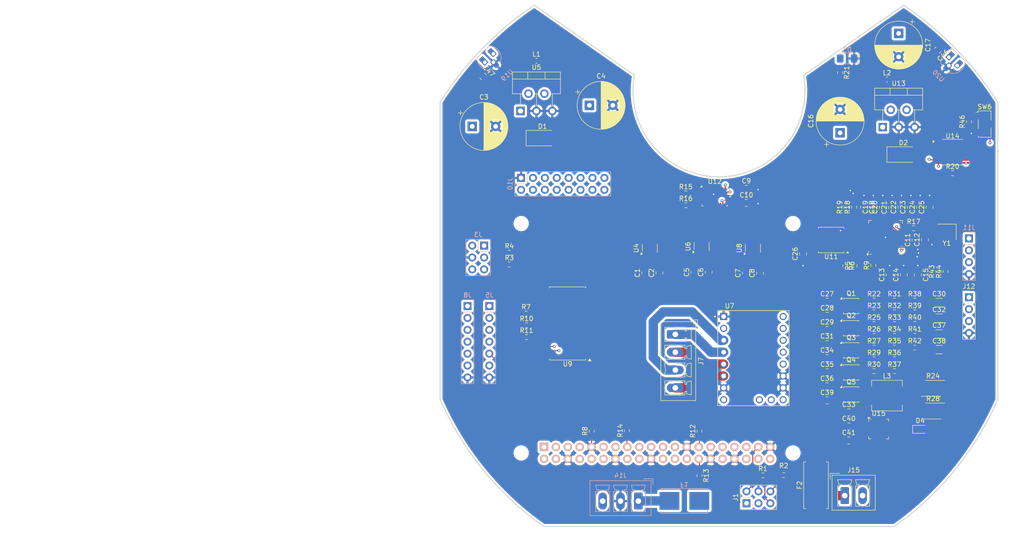
<source format=kicad_pcb>
(kicad_pcb
	(version 20240108)
	(generator "pcbnew")
	(generator_version "8.0")
	(general
		(thickness 1.6)
		(legacy_teardrops no)
	)
	(paper "A4")
	(layers
		(0 "F.Cu" signal)
		(1 "In1.Cu" signal)
		(2 "In2.Cu" signal)
		(31 "B.Cu" signal)
		(32 "B.Adhes" user "B.Adhesive")
		(33 "F.Adhes" user "F.Adhesive")
		(34 "B.Paste" user)
		(35 "F.Paste" user)
		(36 "B.SilkS" user "B.Silkscreen")
		(37 "F.SilkS" user "F.Silkscreen")
		(38 "B.Mask" user)
		(39 "F.Mask" user)
		(40 "Dwgs.User" user "User.Drawings")
		(41 "Cmts.User" user "User.Comments")
		(42 "Eco1.User" user "User.Eco1")
		(43 "Eco2.User" user "User.Eco2")
		(44 "Edge.Cuts" user)
		(45 "Margin" user)
		(46 "B.CrtYd" user "B.Courtyard")
		(47 "F.CrtYd" user "F.Courtyard")
		(48 "B.Fab" user)
		(49 "F.Fab" user)
		(50 "User.1" user)
		(51 "User.2" user)
		(52 "User.3" user)
		(53 "User.4" user)
		(54 "User.5" user)
		(55 "User.6" user)
		(56 "User.7" user)
		(57 "User.8" user)
		(58 "User.9" user)
	)
	(setup
		(stackup
			(layer "F.SilkS"
				(type "Top Silk Screen")
			)
			(layer "F.Paste"
				(type "Top Solder Paste")
			)
			(layer "F.Mask"
				(type "Top Solder Mask")
				(thickness 0.01)
			)
			(layer "F.Cu"
				(type "copper")
				(thickness 0.035)
			)
			(layer "dielectric 1"
				(type "prepreg")
				(thickness 0.1)
				(material "FR4")
				(epsilon_r 4.5)
				(loss_tangent 0.02)
			)
			(layer "In1.Cu"
				(type "copper")
				(thickness 0.035)
			)
			(layer "dielectric 2"
				(type "core")
				(thickness 1.24)
				(material "FR4")
				(epsilon_r 4.5)
				(loss_tangent 0.02)
			)
			(layer "In2.Cu"
				(type "copper")
				(thickness 0.035)
			)
			(layer "dielectric 3"
				(type "prepreg")
				(thickness 0.1)
				(material "FR4")
				(epsilon_r 4.5)
				(loss_tangent 0.02)
			)
			(layer "B.Cu"
				(type "copper")
				(thickness 0.035)
			)
			(layer "B.Mask"
				(type "Bottom Solder Mask")
				(thickness 0.01)
			)
			(layer "B.Paste"
				(type "Bottom Solder Paste")
			)
			(layer "B.SilkS"
				(type "Bottom Silk Screen")
			)
			(copper_finish "None")
			(dielectric_constraints no)
		)
		(pad_to_mask_clearance 0)
		(allow_soldermask_bridges_in_footprints no)
		(pcbplotparams
			(layerselection 0x00010fc_ffffffff)
			(plot_on_all_layers_selection 0x0000000_00000000)
			(disableapertmacros no)
			(usegerberextensions no)
			(usegerberattributes yes)
			(usegerberadvancedattributes yes)
			(creategerberjobfile yes)
			(dashed_line_dash_ratio 12.000000)
			(dashed_line_gap_ratio 3.000000)
			(svgprecision 4)
			(plotframeref no)
			(viasonmask no)
			(mode 1)
			(useauxorigin no)
			(hpglpennumber 1)
			(hpglpenspeed 20)
			(hpglpendiameter 15.000000)
			(pdf_front_fp_property_popups yes)
			(pdf_back_fp_property_popups yes)
			(dxfpolygonmode yes)
			(dxfimperialunits yes)
			(dxfusepcbnewfont yes)
			(psnegative no)
			(psa4output no)
			(plotreference yes)
			(plotvalue yes)
			(plotfptext yes)
			(plotinvisibletext no)
			(sketchpadsonfab no)
			(subtractmaskfromsilk no)
			(outputformat 1)
			(mirror no)
			(drillshape 1)
			(scaleselection 1)
			(outputdirectory "")
		)
	)
	(net 0 "")
	(net 1 "+5V")
	(net 2 "-BATT")
	(net 3 "Net-(M1-+)")
	(net 4 "VBUS")
	(net 5 "Net-(J5-Pin_2)")
	(net 6 "Net-(J8-Pin_2)")
	(net 7 "Net-(U12-CAP)")
	(net 8 "+3.3V")
	(net 9 "Net-(C11-Pad2)")
	(net 10 "Net-(U10-XIN)")
	(net 11 "Net-(U10-VREG_VOUT)")
	(net 12 "Net-(D1-K)")
	(net 13 "Net-(D2-K)")
	(net 14 "Bumper-F-R")
	(net 15 "US-Dist-Echo-Front")
	(net 16 "US-Dist-Trig-Front")
	(net 17 "Bumper-F-L")
	(net 18 "Bumper-B-R")
	(net 19 "US-Dist-Echo-Back")
	(net 20 "US-Dist-Trig-Back")
	(net 21 "Bumper-B-L")
	(net 22 "BottleDoor-UserButton-1")
	(net 23 "BottleDoor-Contact-1")
	(net 24 "BottleDoor-User-LED-1")
	(net 25 "BottleDoor-ServoPWM-1")
	(net 26 "Net-(J7-Pin_3)")
	(net 27 "Net-(J7-Pin_4)")
	(net 28 "Net-(J7-Pin_2)")
	(net 29 "Net-(J7-Pin_1)")
	(net 30 "BottleDoor-UserButton-2")
	(net 31 "BottleDoor-Contact-2")
	(net 32 "BottleDoor-User-LED-2")
	(net 33 "BottleDoor-ServoPWM-2")
	(net 34 "Net-(Q1-G)")
	(net 35 "Net-(Q2-D)")
	(net 36 "unconnected-(J10-Pin_9-Pad9)")
	(net 37 "Net-(U15-ACN)")
	(net 38 "unconnected-(J10-Pin_3-Pad3)")
	(net 39 "unconnected-(J10-Pin_8-Pad8)")
	(net 40 "unconnected-(J10-Pin_10-Pad10)")
	(net 41 "ChargeArm-PowerSwitch")
	(net 42 "unconnected-(U4-~{FLG}-Pad3)")
	(net 43 "unconnected-(U4-GND-Pad2)")
	(net 44 "unconnected-(U6-GND-Pad2)")
	(net 45 "BottleDoor-PowerSwitch-1")
	(net 46 "unconnected-(U6-~{FLG}-Pad3)")
	(net 47 "unconnected-(U8-GND-Pad2)")
	(net 48 "BottleDoor-PowerSwitch-2")
	(net 49 "unconnected-(U8-~{FLG}-Pad3)")
	(net 50 "unconnected-(U9-IO0_3-Pad7)")
	(net 51 "I2C-SCL")
	(net 52 "unconnected-(U9-IO1_0-Pad13)")
	(net 53 "Net-(U15-ACP)")
	(net 54 "unconnected-(U9-IO0_6-Pad10)")
	(net 55 "Net-(U1-GPIO22{slash}SDIO_CLK)")
	(net 56 "unconnected-(U9-IO0_7-Pad11)")
	(net 57 "Net-(U15-VCC)")
	(net 58 "I2C-SDA")
	(net 59 "Net-(Q3-D)")
	(net 60 "unconnected-(U10-GPIO22-Pad34)")
	(net 61 "Net-(U10-XOUT)")
	(net 62 "unconnected-(U10-GPIO18-Pad29)")
	(net 63 "unconnected-(U10-GPIO28_ADC2-Pad40)")
	(net 64 "Motor-SpreadChop")
	(net 65 "Net-(Q3-G)")
	(net 66 "TrackMagnetDetect1")
	(net 67 "Net-(U10-QSPI_SS)")
	(net 68 "TrackMagnetDetect2")
	(net 69 "Motor-EN")
	(net 70 "Net-(U10-USB_DM)")
	(net 71 "Net-(D4-A)")
	(net 72 "Motor-DIAG")
	(net 73 "unconnected-(U10-GPIO13-Pad16)")
	(net 74 "unconnected-(U10-GPIO17-Pad28)")
	(net 75 "unconnected-(U10-GPIO20-Pad31)")
	(net 76 "Net-(U10-QSPI_SD0)")
	(net 77 "unconnected-(U10-GPIO23-Pad35)")
	(net 78 "MotionC-RST")
	(net 79 "Net-(U10-QSPI_SD2)")
	(net 80 "Motor-1Wire-UART")
	(net 81 "unconnected-(U10-GPIO24-Pad36)")
	(net 82 "Net-(U10-QSPI_SD3)")
	(net 83 "Net-(U10-GPIO0)")
	(net 84 "Net-(U10-QSPI_SD1)")
	(net 85 "unconnected-(U10-GPIO19-Pad30)")
	(net 86 "Net-(U10-QSPI_SCLK)")
	(net 87 "Motor-Dir")
	(net 88 "Motor-IDX")
	(net 89 "Net-(U10-USB_DP)")
	(net 90 "unconnected-(U10-GPIO21-Pad32)")
	(net 91 "unconnected-(U10-SWCLK-Pad24)")
	(net 92 "Net-(D4-K)")
	(net 93 "unconnected-(U10-GPIO16-Pad27)")
	(net 94 "unconnected-(U10-SWD-Pad25)")
	(net 95 "Motor-Step")
	(net 96 "unconnected-(U10-GPIO29_ADC3-Pad41)")
	(net 97 "DrivePermission")
	(net 98 "Net-(Q5-D)")
	(net 99 "unconnected-(U12-PIN15-Pad15)")
	(net 100 "unconnected-(U12-PIN22-Pad22)")
	(net 101 "unconnected-(U12-PIN24-Pad24)")
	(net 102 "unconnected-(U12-BL_IND-Pad10)")
	(net 103 "unconnected-(U12-XIN32-Pad27)")
	(net 104 "Net-(U12-~{BOOT_LOAD_PIN})")
	(net 105 "unconnected-(U12-PIN23-Pad23)")
	(net 106 "Net-(U12-~{RESET})")
	(net 107 "unconnected-(U12-PIN12-Pad12)")
	(net 108 "unconnected-(U12-PIN7-Pad7)")
	(net 109 "unconnected-(U12-PIN1-Pad1)")
	(net 110 "unconnected-(U12-PIN13-Pad13)")
	(net 111 "IMU-INT")
	(net 112 "unconnected-(U12-PIN21-Pad21)")
	(net 113 "unconnected-(U12-PIN8-Pad8)")
	(net 114 "unconnected-(U12-XOUT32-Pad26)")
	(net 115 "unconnected-(U12-PIN16-Pad16)")
	(net 116 "Net-(U15-SRN)")
	(net 117 "PowerMonAlert")
	(net 118 "Net-(U15-SRP)")
	(net 119 "unconnected-(U14-NC-Pad13)")
	(net 120 "Net-(C37-Pad1)")
	(net 121 "Net-(C39-Pad2)")
	(net 122 "Net-(U15-TTC)")
	(net 123 "VCC")
	(net 124 "Net-(D3-A)")
	(net 125 "/DATA")
	(net 126 "unconnected-(J10-Pin_12-Pad12)")
	(net 127 "/RST")
	(net 128 "unconnected-(J10-Pin_11-Pad11)")
	(net 129 "/DC")
	(net 130 "unconnected-(J10-Pin_7-Pad7)")
	(net 131 "/CLK")
	(net 132 "unconnected-(J10-Pin_6-Pad6)")
	(net 133 "/CS")
	(net 134 "unconnected-(J10-Pin_13-Pad13)")
	(net 135 "USB_D-")
	(net 136 "USB_D+")
	(net 137 "unconnected-(J11-Pin_1-Pad1)")
	(net 138 "Net-(L3-Pad2)")
	(net 139 "+VDC")
	(net 140 "Net-(Q2-S-Pad1)")
	(net 141 "Net-(Q4-G)")
	(net 142 "Net-(Q5-G)")
	(net 143 "MotionC-BootOpt")
	(net 144 "Net-(U10-GPIO25)")
	(net 145 "Net-(U15-~{ACDRV})")
	(net 146 "Net-(U15-~{BATDRV})")
	(net 147 "ChargerStat1")
	(net 148 "ChargerStat2")
	(net 149 "ChargerStatPG")
	(net 150 "Net-(U15-ISET2)")
	(net 151 "Net-(U15-ISET1)")
	(net 152 "Net-(U15-ACSET)")
	(net 153 "+BATT")
	(net 154 "Net-(U15-TS)")
	(net 155 "I2C-SDA-MC")
	(net 156 "I2C-SCL-MC")
	(net 157 "Net-(SW6-A)")
	(net 158 "Net-(U14-VBUS)")
	(net 159 "unconnected-(U1-SDA_I2C1{slash}GPIO02-Pad3)")
	(net 160 "unconnected-(U1-3V3-Pad1)")
	(net 161 "unconnected-(U1-~{CE1}_SPI0{slash}GPIO07-Pad26)")
	(net 162 "Net-(SW6-B)")
	(net 163 "unconnected-(U1-SCL_I2C1{slash}GPIO03-Pad5)")
	(net 164 "unconnected-(U1-GPIO15{slash}UART_RXD-Pad10)")
	(net 165 "ChargeArm-ServoPWM")
	(net 166 "unconnected-(U1-GPCLK2{slash}GPIO06-Pad31)")
	(net 167 "unconnected-(U1-MISO_SPI0{slash}GPIO09-Pad21)")
	(net 168 "unconnected-(U1-3V3-Pad1)_1")
	(net 169 "unconnected-(U7-PDN-Pad11)")
	(net 170 "unconnected-(U1-GPIO16{slash}SPI1_~{CE2}-Pad36)")
	(net 171 "Net-(F1-Pad1)")
	(net 172 "Net-(Q1-D)")
	(net 173 "Earth")
	(net 174 "Net-(J14-Pin_3)")
	(footprint "Package_TO_SOT_SMD:SOT-23-5_HandSoldering" (layer "F.Cu") (at 119.4 89 90))
	(footprint "Capacitor_SMD:C_0805_2012Metric" (layer "F.Cu") (at 109.95 94.15 90))
	(footprint "Resistor_SMD:R_0603_1608Metric_Pad0.98x0.95mm_HandSolder" (layer "F.Cu") (at 67.4125 89.99))
	(footprint "Capacitor_SMD:C_0805_2012Metric" (layer "F.Cu") (at 154.6 94.7125 -90))
	(footprint "Inductor_SMD:L_0603_1608Metric" (layer "F.Cu") (at 148 53))
	(footprint "Diode_SMD:D_SMA" (layer "F.Cu") (at 151.5 69))
	(footprint "Package_SO:SOIC-8_5.23x5.23mm_P1.27mm" (layer "F.Cu") (at 136.1 87.2625 180))
	(footprint "Capacitor_THT:CP_Radial_D10.0mm_P5.00mm" (layer "F.Cu") (at 59.5 63))
	(footprint "Connector_Phoenix_MC:PhoenixContact_MCV_1,5_4-G-3.81_1x04_P3.81mm_Vertical" (layer "F.Cu") (at 102.84 107.42 -90))
	(footprint "Resistor_SMD:R_0603_1608Metric_Pad0.98x0.95mm_HandSolder" (layer "F.Cu") (at 71.0875 108))
	(footprint "Capacitor_SMD:C_1206_3216Metric_Pad1.33x1.80mm_HandSolder" (layer "F.Cu") (at 159.13 100.63))
	(footprint "Package_TO_SOT_SMD:SOT-23-5_HandSoldering" (layer "F.Cu") (at 108.45 88.65 90))
	(footprint "Capacitor_SMD:C_0805_2012Metric" (layer "F.Cu") (at 118 76.3275))
	(footprint "Resistor_SMD:R_0603_1608Metric_Pad0.98x0.95mm_HandSolder" (layer "F.Cu") (at 153.95 105.23))
	(footprint "Resistor_SMD:R_0603_1608Metric_Pad0.98x0.95mm_HandSolder" (layer "F.Cu") (at 105.0875 77.3275))
	(footprint "Capacitor_SMD:C_0805_2012Metric" (layer "F.Cu") (at 135.23 106.48))
	(footprint "Package_SO:Vishay_PowerPAK_1212-8_Single" (layer "F.Cu") (at 140.37 115.55))
	(footprint "Capacitor_SMD:C_0805_2012Metric" (layer "F.Cu") (at 118 79.3375))
	(footprint "Package_DFN_QFN:VQFN-24-1EP_4x4mm_P0.5mm_EP2.45x2.45mm" (layer "F.Cu") (at 146.23 127.63))
	(footprint "Capacitor_SMD:C_0805_2012Metric" (layer "F.Cu") (at 117.9 94.35 90))
	(footprint "Inductor_SMD:L_0603_1608Metric" (layer "F.Cu") (at 73.2125 49))
	(footprint "Capacitor_SMD:C_0805_2012Metric" (layer "F.Cu") (at 61.828249 52.328249 -45))
	(footprint "Package_TO_SOT_THT:TO-220-5_P3.4x3.7mm_StaggerOdd_Lead3.8mm_Vertical" (layer "F.Cu") (at 147.1 63.15))
	(footprint "Capacitor_SMD:C_0805_2012Metric" (layer "F.Cu") (at 147.1 80.262501 90))
	(footprint "Capacitor_SMD:C_0805_2012Metric" (layer "F.Cu") (at 145.1 80.262501 90))
	(footprint "Package_TO_SOT_THT:TO-220-5_P3.4x3.7mm_StaggerOdd_Lead3.8mm_Vertical" (layer "F.Cu") (at 69.8 59.7))
	(footprint "Resistor_SMD:R_0603_1608Metric_Pad0.98x0.95mm_HandSolder" (layer "F.Cu") (at 145.25 112.76))
	(footprint "Capacitor_SMD:C_0805_2012Metric"
		(layer "F.Cu")
		(uuid "3c9da93b-caf9-409e-936b-3239a70b9f44")
		(at 96.44 94.3 90)
		(descr "Capacitor SMD 0805 (2012 Metric), square (rectangular) end terminal, IPC_7351 nominal, (Body size source: IPC-SM-782 page 76, https://www.pcb-3d.com/wordpress/wp-content/uploads/ipc-sm-782a_amendment_1_and_2.pdf, https://docs.google.com/spreadsheets/d/1BsfQQcO9C6DZCsRaXUlFlo91Tg2WpOkGARC1WS5S8t0/edit?usp=sharing), generated with kicad-footprint-generator")
		(tags "capacitor")
		(property "Reference" "C1"
			(at 0 -1.68 90)
			(layer "F.SilkS")
			(uuid "80f6ffca-f442-4c09-98f2-263c74feadec")
			(effects
				(font
					(size 1 1)
					(thickness 0.15)
				)
			)
		)
		(property "Value" "1uF"
			(at 0 1.68 90)
			(layer "F.Fab")
			(uuid "d00fe38c-cff4-48b3-94df-42619d31cfc1")
			(effects
				(font
					(size 1 1)
					(thickness 0.15)
				)
			)
		)
		(property "Footprint" "Capacitor_SMD:C_0805_2012Metric"
			(at 0 0 90)
			(unlocked yes)
			(layer "F.Fab")
			(hide yes)
			(uuid "86fe0a4e-cc7d-45e9-8498-227d90bd052b")
			(effects
				(font
					(size 1.27 1.27)
					(thickness 0.15)
				)
			)
		)
		(property "Datasheet" ""
			(at 0 0 90)
			(unlocked yes)
			(layer "F.Fab")
			(hide yes)
			(uuid "a582a50e-5f8e-4b1e-b0bc-87615523f7a0")
			(effects
				(font
					(size 1.27 1.27)
					(thickness 0.15)
				)
			)
		)
		(property "Description" "Unpolarized capacitor"
			(at 0 0 90)
			(unlocked yes)
			(layer "F.Fab")
			(hide yes)
			(uuid "a5054d2d-113d-40a1-a288-9e569dbb8fb3")
			(effects
				(font
					(size 1.27 1.27)
					(thickness 0.15)
				)
			)
		)
		(property ki_fp_filters "C_*")
		(path "/5575e57d-95b3-44ed-9720-2ea977f2eee0")
		(sheetname "Stammblatt")
		(sheetfile "monorail.kicad_sch")
		(attr smd)
		(fp_line
			(start -0.261252 -0.735)
			(end 0.261252 -0.735)
			(stroke
				(width 0.12)
				(type solid)
			)
			(layer "F.SilkS")
			(uuid "98840369-e919-4de1-86f7-9ac3705311ff")
		)
		(fp_line
			(start -0.261252 0.735)
			(end 0.261252 0.735)
			(stroke
				(width 0.12)
				(type solid)
			)
			(layer "F.SilkS")
			(uuid "d6310f8d-acd5-4419-8476-4c356bdf7b58")
		)
		(fp_line
			(start 1.7 -0.98)
			(end 1.7 0.98)
			(stroke
				(width 0.05)
				(type solid)
			)
			(layer "F.CrtYd")
			(uuid "036b47
... [975048 chars truncated]
</source>
